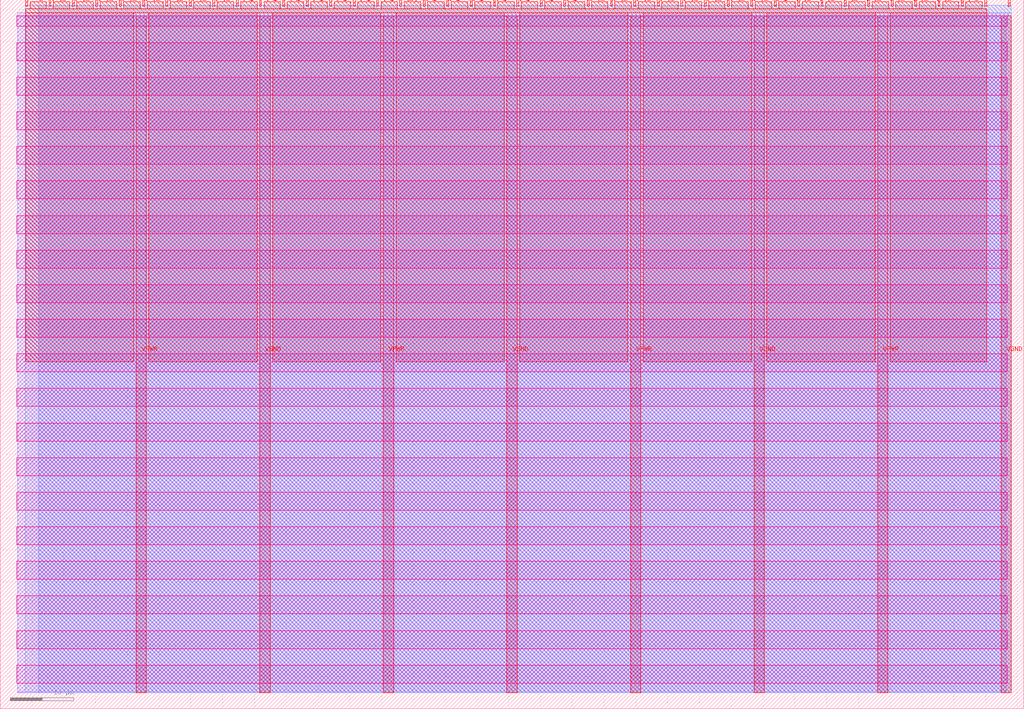
<source format=lef>
VERSION 5.7 ;
  NOWIREEXTENSIONATPIN ON ;
  DIVIDERCHAR "/" ;
  BUSBITCHARS "[]" ;
MACRO tt_um_calculator_muehlbb
  CLASS BLOCK ;
  FOREIGN tt_um_calculator_muehlbb ;
  ORIGIN 0.000 0.000 ;
  SIZE 161.000 BY 111.520 ;
  PIN VGND
    DIRECTION INOUT ;
    USE GROUND ;
    PORT
      LAYER met4 ;
        RECT 40.830 2.480 42.430 109.040 ;
    END
    PORT
      LAYER met4 ;
        RECT 79.700 2.480 81.300 109.040 ;
    END
    PORT
      LAYER met4 ;
        RECT 118.570 2.480 120.170 109.040 ;
    END
    PORT
      LAYER met4 ;
        RECT 157.440 2.480 159.040 109.040 ;
    END
  END VGND
  PIN VPWR
    DIRECTION INOUT ;
    USE POWER ;
    PORT
      LAYER met4 ;
        RECT 21.395 2.480 22.995 109.040 ;
    END
    PORT
      LAYER met4 ;
        RECT 60.265 2.480 61.865 109.040 ;
    END
    PORT
      LAYER met4 ;
        RECT 99.135 2.480 100.735 109.040 ;
    END
    PORT
      LAYER met4 ;
        RECT 138.005 2.480 139.605 109.040 ;
    END
  END VPWR
  PIN clk
    DIRECTION INPUT ;
    USE SIGNAL ;
    ANTENNAGATEAREA 0.852000 ;
    PORT
      LAYER met4 ;
        RECT 154.870 110.520 155.170 111.520 ;
    END
  END clk
  PIN ena
    DIRECTION INPUT ;
    USE SIGNAL ;
    PORT
      LAYER met4 ;
        RECT 158.550 110.520 158.850 111.520 ;
    END
  END ena
  PIN rst_n
    DIRECTION INPUT ;
    USE SIGNAL ;
    ANTENNAGATEAREA 0.213000 ;
    PORT
      LAYER met4 ;
        RECT 151.190 110.520 151.490 111.520 ;
    END
  END rst_n
  PIN ui_in[0]
    DIRECTION INPUT ;
    USE SIGNAL ;
    ANTENNAGATEAREA 0.196500 ;
    PORT
      LAYER met4 ;
        RECT 147.510 110.520 147.810 111.520 ;
    END
  END ui_in[0]
  PIN ui_in[1]
    DIRECTION INPUT ;
    USE SIGNAL ;
    ANTENNAGATEAREA 0.196500 ;
    PORT
      LAYER met4 ;
        RECT 143.830 110.520 144.130 111.520 ;
    END
  END ui_in[1]
  PIN ui_in[2]
    DIRECTION INPUT ;
    USE SIGNAL ;
    ANTENNAGATEAREA 0.196500 ;
    PORT
      LAYER met4 ;
        RECT 140.150 110.520 140.450 111.520 ;
    END
  END ui_in[2]
  PIN ui_in[3]
    DIRECTION INPUT ;
    USE SIGNAL ;
    ANTENNAGATEAREA 0.196500 ;
    PORT
      LAYER met4 ;
        RECT 136.470 110.520 136.770 111.520 ;
    END
  END ui_in[3]
  PIN ui_in[4]
    DIRECTION INPUT ;
    USE SIGNAL ;
    PORT
      LAYER met4 ;
        RECT 132.790 110.520 133.090 111.520 ;
    END
  END ui_in[4]
  PIN ui_in[5]
    DIRECTION INPUT ;
    USE SIGNAL ;
    PORT
      LAYER met4 ;
        RECT 129.110 110.520 129.410 111.520 ;
    END
  END ui_in[5]
  PIN ui_in[6]
    DIRECTION INPUT ;
    USE SIGNAL ;
    PORT
      LAYER met4 ;
        RECT 125.430 110.520 125.730 111.520 ;
    END
  END ui_in[6]
  PIN ui_in[7]
    DIRECTION INPUT ;
    USE SIGNAL ;
    PORT
      LAYER met4 ;
        RECT 121.750 110.520 122.050 111.520 ;
    END
  END ui_in[7]
  PIN uio_in[0]
    DIRECTION INPUT ;
    USE SIGNAL ;
    ANTENNAGATEAREA 0.213000 ;
    PORT
      LAYER met4 ;
        RECT 118.070 110.520 118.370 111.520 ;
    END
  END uio_in[0]
  PIN uio_in[1]
    DIRECTION INPUT ;
    USE SIGNAL ;
    ANTENNAGATEAREA 0.213000 ;
    PORT
      LAYER met4 ;
        RECT 114.390 110.520 114.690 111.520 ;
    END
  END uio_in[1]
  PIN uio_in[2]
    DIRECTION INPUT ;
    USE SIGNAL ;
    ANTENNAGATEAREA 0.213000 ;
    PORT
      LAYER met4 ;
        RECT 110.710 110.520 111.010 111.520 ;
    END
  END uio_in[2]
  PIN uio_in[3]
    DIRECTION INPUT ;
    USE SIGNAL ;
    ANTENNAGATEAREA 0.213000 ;
    PORT
      LAYER met4 ;
        RECT 107.030 110.520 107.330 111.520 ;
    END
  END uio_in[3]
  PIN uio_in[4]
    DIRECTION INPUT ;
    USE SIGNAL ;
    ANTENNAGATEAREA 0.126000 ;
    PORT
      LAYER met4 ;
        RECT 103.350 110.520 103.650 111.520 ;
    END
  END uio_in[4]
  PIN uio_in[5]
    DIRECTION INPUT ;
    USE SIGNAL ;
    ANTENNAGATEAREA 0.126000 ;
    PORT
      LAYER met4 ;
        RECT 99.670 110.520 99.970 111.520 ;
    END
  END uio_in[5]
  PIN uio_in[6]
    DIRECTION INPUT ;
    USE SIGNAL ;
    ANTENNAGATEAREA 0.126000 ;
    PORT
      LAYER met4 ;
        RECT 95.990 110.520 96.290 111.520 ;
    END
  END uio_in[6]
  PIN uio_in[7]
    DIRECTION INPUT ;
    USE SIGNAL ;
    ANTENNAGATEAREA 0.213000 ;
    PORT
      LAYER met4 ;
        RECT 92.310 110.520 92.610 111.520 ;
    END
  END uio_in[7]
  PIN uio_oe[0]
    DIRECTION OUTPUT TRISTATE ;
    USE SIGNAL ;
    ANTENNADIFFAREA 0.445500 ;
    PORT
      LAYER met4 ;
        RECT 29.750 110.520 30.050 111.520 ;
    END
  END uio_oe[0]
  PIN uio_oe[1]
    DIRECTION OUTPUT TRISTATE ;
    USE SIGNAL ;
    ANTENNADIFFAREA 0.445500 ;
    PORT
      LAYER met4 ;
        RECT 26.070 110.520 26.370 111.520 ;
    END
  END uio_oe[1]
  PIN uio_oe[2]
    DIRECTION OUTPUT TRISTATE ;
    USE SIGNAL ;
    ANTENNADIFFAREA 0.445500 ;
    PORT
      LAYER met4 ;
        RECT 22.390 110.520 22.690 111.520 ;
    END
  END uio_oe[2]
  PIN uio_oe[3]
    DIRECTION OUTPUT TRISTATE ;
    USE SIGNAL ;
    ANTENNADIFFAREA 0.445500 ;
    PORT
      LAYER met4 ;
        RECT 18.710 110.520 19.010 111.520 ;
    END
  END uio_oe[3]
  PIN uio_oe[4]
    DIRECTION OUTPUT TRISTATE ;
    USE SIGNAL ;
    ANTENNADIFFAREA 0.445500 ;
    PORT
      LAYER met4 ;
        RECT 15.030 110.520 15.330 111.520 ;
    END
  END uio_oe[4]
  PIN uio_oe[5]
    DIRECTION OUTPUT TRISTATE ;
    USE SIGNAL ;
    ANTENNADIFFAREA 0.445500 ;
    PORT
      LAYER met4 ;
        RECT 11.350 110.520 11.650 111.520 ;
    END
  END uio_oe[5]
  PIN uio_oe[6]
    DIRECTION OUTPUT TRISTATE ;
    USE SIGNAL ;
    ANTENNADIFFAREA 0.445500 ;
    PORT
      LAYER met4 ;
        RECT 7.670 110.520 7.970 111.520 ;
    END
  END uio_oe[6]
  PIN uio_oe[7]
    DIRECTION OUTPUT TRISTATE ;
    USE SIGNAL ;
    ANTENNAGATEAREA 1.360500 ;
    ANTENNADIFFAREA 0.891000 ;
    PORT
      LAYER met4 ;
        RECT 3.990 110.520 4.290 111.520 ;
    END
  END uio_oe[7]
  PIN uio_out[0]
    DIRECTION OUTPUT TRISTATE ;
    USE SIGNAL ;
    ANTENNAGATEAREA 0.126000 ;
    ANTENNADIFFAREA 0.445500 ;
    PORT
      LAYER met4 ;
        RECT 59.190 110.520 59.490 111.520 ;
    END
  END uio_out[0]
  PIN uio_out[1]
    DIRECTION OUTPUT TRISTATE ;
    USE SIGNAL ;
    ANTENNAGATEAREA 0.247500 ;
    ANTENNADIFFAREA 0.891000 ;
    PORT
      LAYER met4 ;
        RECT 55.510 110.520 55.810 111.520 ;
    END
  END uio_out[1]
  PIN uio_out[2]
    DIRECTION OUTPUT TRISTATE ;
    USE SIGNAL ;
    ANTENNAGATEAREA 0.247500 ;
    ANTENNADIFFAREA 0.445500 ;
    PORT
      LAYER met4 ;
        RECT 51.830 110.520 52.130 111.520 ;
    END
  END uio_out[2]
  PIN uio_out[3]
    DIRECTION OUTPUT TRISTATE ;
    USE SIGNAL ;
    ANTENNAGATEAREA 0.126000 ;
    ANTENNADIFFAREA 0.445500 ;
    PORT
      LAYER met4 ;
        RECT 48.150 110.520 48.450 111.520 ;
    END
  END uio_out[3]
  PIN uio_out[4]
    DIRECTION OUTPUT TRISTATE ;
    USE SIGNAL ;
    ANTENNAGATEAREA 0.126000 ;
    ANTENNADIFFAREA 0.445500 ;
    PORT
      LAYER met4 ;
        RECT 44.470 110.520 44.770 111.520 ;
    END
  END uio_out[4]
  PIN uio_out[5]
    DIRECTION OUTPUT TRISTATE ;
    USE SIGNAL ;
    ANTENNAGATEAREA 0.126000 ;
    ANTENNADIFFAREA 0.445500 ;
    PORT
      LAYER met4 ;
        RECT 40.790 110.520 41.090 111.520 ;
    END
  END uio_out[5]
  PIN uio_out[6]
    DIRECTION OUTPUT TRISTATE ;
    USE SIGNAL ;
    ANTENNAGATEAREA 0.126000 ;
    ANTENNADIFFAREA 0.445500 ;
    PORT
      LAYER met4 ;
        RECT 37.110 110.520 37.410 111.520 ;
    END
  END uio_out[6]
  PIN uio_out[7]
    DIRECTION OUTPUT TRISTATE ;
    USE SIGNAL ;
    ANTENNAGATEAREA 0.247500 ;
    ANTENNADIFFAREA 0.445500 ;
    PORT
      LAYER met4 ;
        RECT 33.430 110.520 33.730 111.520 ;
    END
  END uio_out[7]
  PIN uo_out[0]
    DIRECTION OUTPUT TRISTATE ;
    USE SIGNAL ;
    ANTENNAGATEAREA 0.126000 ;
    ANTENNADIFFAREA 0.891000 ;
    PORT
      LAYER met4 ;
        RECT 88.630 110.520 88.930 111.520 ;
    END
  END uo_out[0]
  PIN uo_out[1]
    DIRECTION OUTPUT TRISTATE ;
    USE SIGNAL ;
    ANTENNAGATEAREA 0.126000 ;
    ANTENNADIFFAREA 0.445500 ;
    PORT
      LAYER met4 ;
        RECT 84.950 110.520 85.250 111.520 ;
    END
  END uo_out[1]
  PIN uo_out[2]
    DIRECTION OUTPUT TRISTATE ;
    USE SIGNAL ;
    ANTENNAGATEAREA 0.126000 ;
    ANTENNADIFFAREA 0.445500 ;
    PORT
      LAYER met4 ;
        RECT 81.270 110.520 81.570 111.520 ;
    END
  END uo_out[2]
  PIN uo_out[3]
    DIRECTION OUTPUT TRISTATE ;
    USE SIGNAL ;
    ANTENNAGATEAREA 0.126000 ;
    ANTENNADIFFAREA 0.891000 ;
    PORT
      LAYER met4 ;
        RECT 77.590 110.520 77.890 111.520 ;
    END
  END uo_out[3]
  PIN uo_out[4]
    DIRECTION OUTPUT TRISTATE ;
    USE SIGNAL ;
    ANTENNAGATEAREA 0.126000 ;
    ANTENNADIFFAREA 0.891000 ;
    PORT
      LAYER met4 ;
        RECT 73.910 110.520 74.210 111.520 ;
    END
  END uo_out[4]
  PIN uo_out[5]
    DIRECTION OUTPUT TRISTATE ;
    USE SIGNAL ;
    ANTENNAGATEAREA 1.129500 ;
    ANTENNADIFFAREA 0.891000 ;
    PORT
      LAYER met4 ;
        RECT 70.230 110.520 70.530 111.520 ;
    END
  END uo_out[5]
  PIN uo_out[6]
    DIRECTION OUTPUT TRISTATE ;
    USE SIGNAL ;
    ANTENNAGATEAREA 1.872000 ;
    ANTENNADIFFAREA 0.891000 ;
    PORT
      LAYER met4 ;
        RECT 66.550 110.520 66.850 111.520 ;
    END
  END uo_out[6]
  PIN uo_out[7]
    DIRECTION OUTPUT TRISTATE ;
    USE SIGNAL ;
    ANTENNAGATEAREA 2.119500 ;
    ANTENNADIFFAREA 0.891000 ;
    PORT
      LAYER met4 ;
        RECT 62.870 110.520 63.170 111.520 ;
    END
  END uo_out[7]
  OBS
      LAYER nwell ;
        RECT 2.570 107.385 158.430 108.990 ;
        RECT 2.570 101.945 158.430 104.775 ;
        RECT 2.570 96.505 158.430 99.335 ;
        RECT 2.570 91.065 158.430 93.895 ;
        RECT 2.570 85.625 158.430 88.455 ;
        RECT 2.570 80.185 158.430 83.015 ;
        RECT 2.570 74.745 158.430 77.575 ;
        RECT 2.570 69.305 158.430 72.135 ;
        RECT 2.570 63.865 158.430 66.695 ;
        RECT 2.570 58.425 158.430 61.255 ;
        RECT 2.570 52.985 158.430 55.815 ;
        RECT 2.570 47.545 158.430 50.375 ;
        RECT 2.570 42.105 158.430 44.935 ;
        RECT 2.570 36.665 158.430 39.495 ;
        RECT 2.570 31.225 158.430 34.055 ;
        RECT 2.570 25.785 158.430 28.615 ;
        RECT 2.570 20.345 158.430 23.175 ;
        RECT 2.570 14.905 158.430 17.735 ;
        RECT 2.570 9.465 158.430 12.295 ;
        RECT 2.570 4.025 158.430 6.855 ;
      LAYER li1 ;
        RECT 2.760 2.635 158.240 108.885 ;
      LAYER met1 ;
        RECT 2.760 2.480 159.040 109.440 ;
      LAYER met2 ;
        RECT 6.070 2.535 159.010 110.685 ;
      LAYER met3 ;
        RECT 3.950 2.555 159.030 110.665 ;
      LAYER met4 ;
        RECT 4.690 110.120 7.270 111.170 ;
        RECT 8.370 110.120 10.950 111.170 ;
        RECT 12.050 110.120 14.630 111.170 ;
        RECT 15.730 110.120 18.310 111.170 ;
        RECT 19.410 110.120 21.990 111.170 ;
        RECT 23.090 110.120 25.670 111.170 ;
        RECT 26.770 110.120 29.350 111.170 ;
        RECT 30.450 110.120 33.030 111.170 ;
        RECT 34.130 110.120 36.710 111.170 ;
        RECT 37.810 110.120 40.390 111.170 ;
        RECT 41.490 110.120 44.070 111.170 ;
        RECT 45.170 110.120 47.750 111.170 ;
        RECT 48.850 110.120 51.430 111.170 ;
        RECT 52.530 110.120 55.110 111.170 ;
        RECT 56.210 110.120 58.790 111.170 ;
        RECT 59.890 110.120 62.470 111.170 ;
        RECT 63.570 110.120 66.150 111.170 ;
        RECT 67.250 110.120 69.830 111.170 ;
        RECT 70.930 110.120 73.510 111.170 ;
        RECT 74.610 110.120 77.190 111.170 ;
        RECT 78.290 110.120 80.870 111.170 ;
        RECT 81.970 110.120 84.550 111.170 ;
        RECT 85.650 110.120 88.230 111.170 ;
        RECT 89.330 110.120 91.910 111.170 ;
        RECT 93.010 110.120 95.590 111.170 ;
        RECT 96.690 110.120 99.270 111.170 ;
        RECT 100.370 110.120 102.950 111.170 ;
        RECT 104.050 110.120 106.630 111.170 ;
        RECT 107.730 110.120 110.310 111.170 ;
        RECT 111.410 110.120 113.990 111.170 ;
        RECT 115.090 110.120 117.670 111.170 ;
        RECT 118.770 110.120 121.350 111.170 ;
        RECT 122.450 110.120 125.030 111.170 ;
        RECT 126.130 110.120 128.710 111.170 ;
        RECT 129.810 110.120 132.390 111.170 ;
        RECT 133.490 110.120 136.070 111.170 ;
        RECT 137.170 110.120 139.750 111.170 ;
        RECT 140.850 110.120 143.430 111.170 ;
        RECT 144.530 110.120 147.110 111.170 ;
        RECT 148.210 110.120 150.790 111.170 ;
        RECT 151.890 110.120 154.470 111.170 ;
        RECT 3.975 109.440 155.185 110.120 ;
        RECT 3.975 54.575 20.995 109.440 ;
        RECT 23.395 54.575 40.430 109.440 ;
        RECT 42.830 54.575 59.865 109.440 ;
        RECT 62.265 54.575 79.300 109.440 ;
        RECT 81.700 54.575 98.735 109.440 ;
        RECT 101.135 54.575 118.170 109.440 ;
        RECT 120.570 54.575 137.605 109.440 ;
        RECT 140.005 54.575 155.185 109.440 ;
  END
END tt_um_calculator_muehlbb
END LIBRARY


</source>
